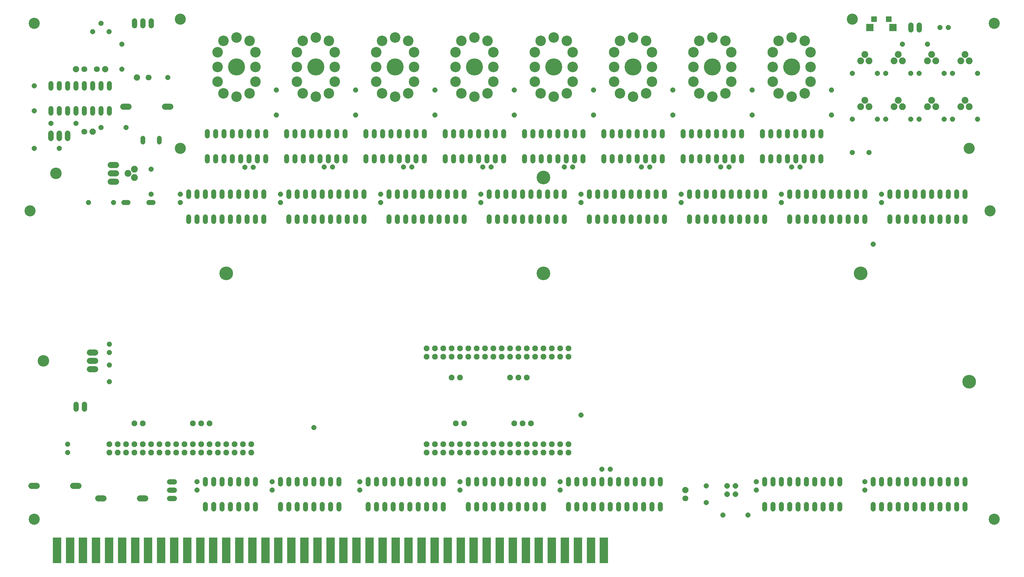
<source format=gts>
G04 EAGLE Gerber RS-274X export*
G75*
%MOMM*%
%FSLAX34Y34*%
%LPD*%
%INSoldermask Top*%
%IPPOS*%
%AMOC8*
5,1,8,0,0,1.08239X$1,22.5*%
G01*
%ADD10C,3.378200*%
%ADD11R,2.565400X7.823200*%
%ADD12C,1.524000*%
%ADD13P,1.649562X8X292.500000*%
%ADD14P,1.649562X8X22.500000*%
%ADD15R,1.727200X1.727200*%
%ADD16R,2.298700X2.298700*%
%ADD17C,1.625600*%
%ADD18P,1.649562X8X202.500000*%
%ADD19C,4.165600*%
%ADD20P,1.869504X8X202.500000*%
%ADD21P,1.869504X8X22.500000*%
%ADD22P,1.649562X8X112.500000*%
%ADD23P,1.951982X8X112.500000*%
%ADD24C,1.803400*%
%ADD25C,3.213100*%
%ADD26C,5.203200*%
%ADD27P,1.951982X8X22.500000*%
%ADD28C,2.082800*%
%ADD29C,1.879600*%
%ADD30C,3.505200*%
%ADD31C,1.411200*%
%ADD32P,1.951982X8X202.500000*%
%ADD33C,1.727200*%
%ADD34P,1.635708X8X22.500000*%
%ADD35P,1.759533X8X22.500000*%


D10*
X0Y0D03*
X2921000Y0D03*
X0Y1511300D03*
X2921000Y1511300D03*
X-12700Y939800D03*
X2908300Y939800D03*
X444500Y1524000D03*
X2489200Y1524000D03*
X444500Y1130300D03*
X2844800Y1130300D03*
D11*
X941324Y-95250D03*
X901700Y-95250D03*
X980948Y-95250D03*
X1020572Y-95250D03*
X1060196Y-95250D03*
X1099820Y-95250D03*
X1139444Y-95250D03*
X1179068Y-95250D03*
X1218692Y-95250D03*
X1258316Y-95250D03*
X1297940Y-95250D03*
X1337564Y-95250D03*
X1377188Y-95250D03*
X1416812Y-95250D03*
X1456436Y-95250D03*
X1496060Y-95250D03*
X1535684Y-95250D03*
X1575308Y-95250D03*
X1614932Y-95250D03*
X1654556Y-95250D03*
X1694180Y-95250D03*
X1733804Y-95250D03*
X69596Y-95250D03*
X109220Y-95250D03*
X148844Y-95250D03*
X188468Y-95250D03*
X228092Y-95250D03*
X267716Y-95250D03*
X307340Y-95250D03*
X346964Y-95250D03*
X386588Y-95250D03*
X426212Y-95250D03*
X465836Y-95250D03*
X505460Y-95250D03*
X545084Y-95250D03*
X584708Y-95250D03*
X624332Y-95250D03*
X663956Y-95250D03*
X703580Y-95250D03*
X743204Y-95250D03*
X782828Y-95250D03*
X822452Y-95250D03*
X862076Y-95250D03*
D12*
X1016000Y31496D02*
X1016000Y44704D01*
X1041400Y44704D02*
X1041400Y31496D01*
X1168400Y31496D02*
X1168400Y44704D01*
X1193800Y44704D02*
X1193800Y31496D01*
X1066800Y31496D02*
X1066800Y44704D01*
X1092200Y44704D02*
X1092200Y31496D01*
X1143000Y31496D02*
X1143000Y44704D01*
X1117600Y44704D02*
X1117600Y31496D01*
X1219200Y31496D02*
X1219200Y44704D01*
X1244600Y44704D02*
X1244600Y31496D01*
X1244600Y107696D02*
X1244600Y120904D01*
X1219200Y120904D02*
X1219200Y107696D01*
X1193800Y107696D02*
X1193800Y120904D01*
X1168400Y120904D02*
X1168400Y107696D01*
X1143000Y107696D02*
X1143000Y120904D01*
X1117600Y120904D02*
X1117600Y107696D01*
X1092200Y107696D02*
X1092200Y120904D01*
X1066800Y120904D02*
X1066800Y107696D01*
X1041400Y107696D02*
X1041400Y120904D01*
X1016000Y120904D02*
X1016000Y107696D01*
X1320800Y44704D02*
X1320800Y31496D01*
X1346200Y31496D02*
X1346200Y44704D01*
X1473200Y44704D02*
X1473200Y31496D01*
X1498600Y31496D02*
X1498600Y44704D01*
X1371600Y44704D02*
X1371600Y31496D01*
X1397000Y31496D02*
X1397000Y44704D01*
X1447800Y44704D02*
X1447800Y31496D01*
X1422400Y31496D02*
X1422400Y44704D01*
X1524000Y44704D02*
X1524000Y31496D01*
X1549400Y31496D02*
X1549400Y44704D01*
X1549400Y107696D02*
X1549400Y120904D01*
X1524000Y120904D02*
X1524000Y107696D01*
X1498600Y107696D02*
X1498600Y120904D01*
X1473200Y120904D02*
X1473200Y107696D01*
X1447800Y107696D02*
X1447800Y120904D01*
X1422400Y120904D02*
X1422400Y107696D01*
X1397000Y107696D02*
X1397000Y120904D01*
X1371600Y120904D02*
X1371600Y107696D01*
X1346200Y107696D02*
X1346200Y120904D01*
X1320800Y120904D02*
X1320800Y107696D01*
X1625600Y44704D02*
X1625600Y31496D01*
X1651000Y31496D02*
X1651000Y44704D01*
X1676400Y44704D02*
X1676400Y31496D01*
X1701800Y31496D02*
X1701800Y44704D01*
X1727200Y44704D02*
X1727200Y31496D01*
X1752600Y31496D02*
X1752600Y44704D01*
X1778000Y44704D02*
X1778000Y31496D01*
X1803400Y31496D02*
X1803400Y44704D01*
X1828800Y44704D02*
X1828800Y31496D01*
X1854200Y31496D02*
X1854200Y44704D01*
X1879600Y44704D02*
X1879600Y31496D01*
X1905000Y31496D02*
X1905000Y44704D01*
X1905000Y107696D02*
X1905000Y120904D01*
X1879600Y120904D02*
X1879600Y107696D01*
X1854200Y107696D02*
X1854200Y120904D01*
X1828800Y120904D02*
X1828800Y107696D01*
X1803400Y107696D02*
X1803400Y120904D01*
X1778000Y120904D02*
X1778000Y107696D01*
X1752600Y107696D02*
X1752600Y120904D01*
X1727200Y120904D02*
X1727200Y107696D01*
X1701800Y107696D02*
X1701800Y120904D01*
X1676400Y120904D02*
X1676400Y107696D01*
X1651000Y107696D02*
X1651000Y120904D01*
X1625600Y120904D02*
X1625600Y107696D01*
X749300Y44704D02*
X749300Y31496D01*
X774700Y31496D02*
X774700Y44704D01*
X901700Y44704D02*
X901700Y31496D01*
X927100Y31496D02*
X927100Y44704D01*
X800100Y44704D02*
X800100Y31496D01*
X825500Y31496D02*
X825500Y44704D01*
X876300Y44704D02*
X876300Y31496D01*
X850900Y31496D02*
X850900Y44704D01*
X927100Y107696D02*
X927100Y120904D01*
X901700Y120904D02*
X901700Y107696D01*
X876300Y107696D02*
X876300Y120904D01*
X850900Y120904D02*
X850900Y107696D01*
X825500Y107696D02*
X825500Y120904D01*
X800100Y120904D02*
X800100Y107696D01*
X774700Y107696D02*
X774700Y120904D01*
X749300Y120904D02*
X749300Y107696D01*
D13*
X749300Y990600D03*
X749300Y965200D03*
X495300Y114300D03*
X495300Y88900D03*
D14*
X1612900Y1073150D03*
X1638300Y1073150D03*
D13*
X1663700Y990600D03*
X1663700Y965200D03*
D14*
X1847850Y1073150D03*
X1873250Y1073150D03*
D13*
X1968500Y990600D03*
X1968500Y965200D03*
X2273300Y990600D03*
X2273300Y965200D03*
X723900Y114300D03*
X723900Y88900D03*
D14*
X1365250Y1073150D03*
X1390650Y1073150D03*
X882650Y1073150D03*
X908050Y1073150D03*
D13*
X990600Y114300D03*
X990600Y88900D03*
D14*
X641350Y1072515D03*
X666750Y1072515D03*
X1123950Y1073150D03*
X1149350Y1073150D03*
D13*
X1295400Y114300D03*
X1295400Y88900D03*
D14*
X2089150Y1073150D03*
X2114550Y1073150D03*
D13*
X1600200Y114300D03*
X1600200Y88900D03*
D15*
X2600579Y1523746D03*
X2555621Y1523746D03*
D16*
X2613152Y1498854D03*
X2543048Y1498854D03*
D17*
X2692400Y1505712D02*
X2692400Y1491488D01*
X2667000Y1491488D02*
X2667000Y1505712D01*
D14*
X2641600Y1447800D03*
X2717800Y1447800D03*
D18*
X2781300Y1498600D03*
X2755900Y1498600D03*
D17*
X304800Y1504188D02*
X304800Y1518412D01*
X330200Y1518412D02*
X330200Y1504188D01*
X355600Y1504188D02*
X355600Y1518412D01*
D19*
X2514600Y749300D03*
X1549400Y749300D03*
X2844800Y419100D03*
D20*
X1625600Y228600D03*
X1600200Y228600D03*
X1574800Y228600D03*
X1549400Y228600D03*
X1524000Y228600D03*
X1498600Y228600D03*
X1625600Y203200D03*
X1600200Y203200D03*
X1574800Y203200D03*
X1549400Y203200D03*
X1524000Y203200D03*
X1498600Y203200D03*
X1473200Y228600D03*
X1473200Y203200D03*
X1447800Y228600D03*
X1422400Y228600D03*
X1397000Y228600D03*
X1371600Y228600D03*
X1346200Y228600D03*
X1320800Y228600D03*
X1447800Y203200D03*
X1422400Y203200D03*
X1397000Y203200D03*
X1371600Y203200D03*
X1346200Y203200D03*
X1320800Y203200D03*
X1295400Y228600D03*
X1295400Y203200D03*
X1270000Y228600D03*
X1244600Y228600D03*
X1219200Y228600D03*
X1193800Y228600D03*
X1270000Y203200D03*
X1244600Y203200D03*
X1219200Y203200D03*
X1193800Y203200D03*
D19*
X584200Y749300D03*
D20*
X660400Y228600D03*
X635000Y228600D03*
X609600Y228600D03*
X584200Y228600D03*
X558800Y228600D03*
X533400Y228600D03*
X660400Y203200D03*
X635000Y203200D03*
X609600Y203200D03*
X584200Y203200D03*
X558800Y203200D03*
X533400Y203200D03*
X508000Y228600D03*
X508000Y203200D03*
X482600Y228600D03*
X457200Y228600D03*
X431800Y228600D03*
X406400Y228600D03*
X381000Y228600D03*
X355600Y228600D03*
X482600Y203200D03*
X457200Y203200D03*
X431800Y203200D03*
X406400Y203200D03*
X381000Y203200D03*
X355600Y203200D03*
X330200Y228600D03*
X330200Y203200D03*
X304800Y228600D03*
X279400Y228600D03*
X254000Y228600D03*
X228600Y228600D03*
X304800Y203200D03*
X279400Y203200D03*
X254000Y203200D03*
X228600Y203200D03*
D21*
X1485900Y292100D03*
X1511300Y292100D03*
X1282700Y292100D03*
X1308100Y292100D03*
X304800Y292100D03*
X330200Y292100D03*
X508000Y292100D03*
X533400Y292100D03*
D13*
X1054100Y990600D03*
X1054100Y965200D03*
X1358900Y990600D03*
X1358900Y965200D03*
D18*
X2330450Y1073150D03*
X2305050Y1073150D03*
D22*
X101600Y203200D03*
X101600Y228600D03*
D23*
X1981200Y88900D03*
D24*
X1981200Y63500D03*
D13*
X2578100Y990600D03*
X2578100Y965200D03*
D14*
X2489200Y1117600D03*
X2540000Y1117600D03*
D22*
X2044700Y50800D03*
X2044700Y101600D03*
D13*
X444500Y990600D03*
X444500Y965200D03*
D12*
X520700Y44704D02*
X520700Y31496D01*
X546100Y31496D02*
X546100Y44704D01*
X673100Y44704D02*
X673100Y31496D01*
X673100Y107696D02*
X673100Y120904D01*
X571500Y44704D02*
X571500Y31496D01*
X596900Y31496D02*
X596900Y44704D01*
X647700Y44704D02*
X647700Y31496D01*
X622300Y31496D02*
X622300Y44704D01*
X647700Y107696D02*
X647700Y120904D01*
X622300Y120904D02*
X622300Y107696D01*
X596900Y107696D02*
X596900Y120904D01*
X571500Y120904D02*
X571500Y107696D01*
X546100Y107696D02*
X546100Y120904D01*
X520700Y120904D02*
X520700Y107696D01*
D17*
X426212Y63500D02*
X411988Y63500D01*
X411988Y88900D02*
X426212Y88900D01*
X426212Y114300D02*
X411988Y114300D01*
D13*
X1219200Y1308100D03*
X1219200Y1231900D03*
D12*
X1009650Y1105154D02*
X1009650Y1091946D01*
X1035050Y1091946D02*
X1035050Y1105154D01*
X1162050Y1105154D02*
X1162050Y1091946D01*
X1187450Y1091946D02*
X1187450Y1105154D01*
X1060450Y1105154D02*
X1060450Y1091946D01*
X1085850Y1091946D02*
X1085850Y1105154D01*
X1136650Y1105154D02*
X1136650Y1091946D01*
X1111250Y1091946D02*
X1111250Y1105154D01*
X1187450Y1168146D02*
X1187450Y1181354D01*
X1162050Y1181354D02*
X1162050Y1168146D01*
X1136650Y1168146D02*
X1136650Y1181354D01*
X1111250Y1181354D02*
X1111250Y1168146D01*
X1085850Y1168146D02*
X1085850Y1181354D01*
X1060450Y1181354D02*
X1060450Y1168146D01*
X1035050Y1168146D02*
X1035050Y1181354D01*
X1009650Y1181354D02*
X1009650Y1168146D01*
D13*
X1460500Y1308100D03*
X1460500Y1231900D03*
X736600Y1308100D03*
X736600Y1231900D03*
X977900Y1308100D03*
X977900Y1231900D03*
D12*
X1250950Y1105154D02*
X1250950Y1091946D01*
X1276350Y1091946D02*
X1276350Y1105154D01*
X1403350Y1105154D02*
X1403350Y1091946D01*
X1428750Y1091946D02*
X1428750Y1105154D01*
X1301750Y1105154D02*
X1301750Y1091946D01*
X1327150Y1091946D02*
X1327150Y1105154D01*
X1377950Y1105154D02*
X1377950Y1091946D01*
X1352550Y1091946D02*
X1352550Y1105154D01*
X1428750Y1168146D02*
X1428750Y1181354D01*
X1403350Y1181354D02*
X1403350Y1168146D01*
X1377950Y1168146D02*
X1377950Y1181354D01*
X1352550Y1181354D02*
X1352550Y1168146D01*
X1327150Y1168146D02*
X1327150Y1181354D01*
X1301750Y1181354D02*
X1301750Y1168146D01*
X1276350Y1168146D02*
X1276350Y1181354D01*
X1250950Y1181354D02*
X1250950Y1168146D01*
X527050Y1105154D02*
X527050Y1091946D01*
X552450Y1091946D02*
X552450Y1105154D01*
X679450Y1105154D02*
X679450Y1091946D01*
X704850Y1091946D02*
X704850Y1105154D01*
X577850Y1105154D02*
X577850Y1091946D01*
X603250Y1091946D02*
X603250Y1105154D01*
X654050Y1105154D02*
X654050Y1091946D01*
X628650Y1091946D02*
X628650Y1105154D01*
X704850Y1168146D02*
X704850Y1181354D01*
X679450Y1181354D02*
X679450Y1168146D01*
X654050Y1168146D02*
X654050Y1181354D01*
X628650Y1181354D02*
X628650Y1168146D01*
X603250Y1168146D02*
X603250Y1181354D01*
X577850Y1181354D02*
X577850Y1168146D01*
X552450Y1168146D02*
X552450Y1181354D01*
X527050Y1181354D02*
X527050Y1168146D01*
X768350Y1105154D02*
X768350Y1091946D01*
X793750Y1091946D02*
X793750Y1105154D01*
X920750Y1105154D02*
X920750Y1091946D01*
X946150Y1091946D02*
X946150Y1105154D01*
X819150Y1105154D02*
X819150Y1091946D01*
X844550Y1091946D02*
X844550Y1105154D01*
X895350Y1105154D02*
X895350Y1091946D01*
X869950Y1091946D02*
X869950Y1105154D01*
X946150Y1168146D02*
X946150Y1181354D01*
X920750Y1181354D02*
X920750Y1168146D01*
X895350Y1168146D02*
X895350Y1181354D01*
X869950Y1181354D02*
X869950Y1168146D01*
X844550Y1168146D02*
X844550Y1181354D01*
X819150Y1181354D02*
X819150Y1168146D01*
X793750Y1168146D02*
X793750Y1181354D01*
X768350Y1181354D02*
X768350Y1168146D01*
D25*
X1098550Y1467950D03*
X1156050Y1377950D03*
X1156050Y1422950D03*
X1098550Y1287950D03*
X1156050Y1332950D03*
X1138550Y1297950D03*
X1138550Y1457950D03*
X1058550Y1457950D03*
X1041050Y1422950D03*
X1041050Y1377950D03*
X1041050Y1332950D03*
X1058550Y1297950D03*
D26*
X1098550Y1377950D03*
D25*
X1339850Y1467950D03*
X1397350Y1377950D03*
X1397350Y1422950D03*
X1339850Y1287950D03*
X1397350Y1332950D03*
X1379850Y1297950D03*
X1379850Y1457950D03*
X1299850Y1457950D03*
X1282350Y1422950D03*
X1282350Y1377950D03*
X1282350Y1332950D03*
X1299850Y1297950D03*
D26*
X1339850Y1377950D03*
D25*
X615950Y1467950D03*
X673450Y1377950D03*
X673450Y1422950D03*
X615950Y1287950D03*
X673450Y1332950D03*
X655950Y1297950D03*
X655950Y1457950D03*
X575950Y1457950D03*
X558450Y1422950D03*
X558450Y1377950D03*
X558450Y1332950D03*
X575950Y1297950D03*
D26*
X615950Y1377950D03*
D25*
X857250Y1467950D03*
X914750Y1377950D03*
X914750Y1422950D03*
X857250Y1287950D03*
X914750Y1332950D03*
X897250Y1297950D03*
X897250Y1457950D03*
X817250Y1457950D03*
X799750Y1422950D03*
X799750Y1377950D03*
X799750Y1332950D03*
X817250Y1297950D03*
D26*
X857250Y1377950D03*
D13*
X2184400Y1308100D03*
X2184400Y1231900D03*
D12*
X1974850Y1105154D02*
X1974850Y1091946D01*
X2000250Y1091946D02*
X2000250Y1105154D01*
X2127250Y1105154D02*
X2127250Y1091946D01*
X2152650Y1091946D02*
X2152650Y1105154D01*
X2025650Y1105154D02*
X2025650Y1091946D01*
X2051050Y1091946D02*
X2051050Y1105154D01*
X2101850Y1105154D02*
X2101850Y1091946D01*
X2076450Y1091946D02*
X2076450Y1105154D01*
X2152650Y1168146D02*
X2152650Y1181354D01*
X2127250Y1181354D02*
X2127250Y1168146D01*
X2101850Y1168146D02*
X2101850Y1181354D01*
X2076450Y1181354D02*
X2076450Y1168146D01*
X2051050Y1168146D02*
X2051050Y1181354D01*
X2025650Y1181354D02*
X2025650Y1168146D01*
X2000250Y1168146D02*
X2000250Y1181354D01*
X1974850Y1181354D02*
X1974850Y1168146D01*
D13*
X2425700Y1308100D03*
X2425700Y1231900D03*
X1701800Y1308100D03*
X1701800Y1231900D03*
X1943100Y1308100D03*
X1943100Y1231900D03*
D12*
X2216150Y1105154D02*
X2216150Y1091946D01*
X2241550Y1091946D02*
X2241550Y1105154D01*
X2368550Y1105154D02*
X2368550Y1091946D01*
X2393950Y1091946D02*
X2393950Y1105154D01*
X2266950Y1105154D02*
X2266950Y1091946D01*
X2292350Y1091946D02*
X2292350Y1105154D01*
X2343150Y1105154D02*
X2343150Y1091946D01*
X2317750Y1091946D02*
X2317750Y1105154D01*
X2393950Y1168146D02*
X2393950Y1181354D01*
X2368550Y1181354D02*
X2368550Y1168146D01*
X2343150Y1168146D02*
X2343150Y1181354D01*
X2317750Y1181354D02*
X2317750Y1168146D01*
X2292350Y1168146D02*
X2292350Y1181354D01*
X2266950Y1181354D02*
X2266950Y1168146D01*
X2241550Y1168146D02*
X2241550Y1181354D01*
X2216150Y1181354D02*
X2216150Y1168146D01*
X1492250Y1105154D02*
X1492250Y1091946D01*
X1517650Y1091946D02*
X1517650Y1105154D01*
X1644650Y1105154D02*
X1644650Y1091946D01*
X1670050Y1091946D02*
X1670050Y1105154D01*
X1543050Y1105154D02*
X1543050Y1091946D01*
X1568450Y1091946D02*
X1568450Y1105154D01*
X1619250Y1105154D02*
X1619250Y1091946D01*
X1593850Y1091946D02*
X1593850Y1105154D01*
X1670050Y1168146D02*
X1670050Y1181354D01*
X1644650Y1181354D02*
X1644650Y1168146D01*
X1619250Y1168146D02*
X1619250Y1181354D01*
X1593850Y1181354D02*
X1593850Y1168146D01*
X1568450Y1168146D02*
X1568450Y1181354D01*
X1543050Y1181354D02*
X1543050Y1168146D01*
X1517650Y1168146D02*
X1517650Y1181354D01*
X1492250Y1181354D02*
X1492250Y1168146D01*
X1733550Y1105154D02*
X1733550Y1091946D01*
X1758950Y1091946D02*
X1758950Y1105154D01*
X1885950Y1105154D02*
X1885950Y1091946D01*
X1911350Y1091946D02*
X1911350Y1105154D01*
X1784350Y1105154D02*
X1784350Y1091946D01*
X1809750Y1091946D02*
X1809750Y1105154D01*
X1860550Y1105154D02*
X1860550Y1091946D01*
X1835150Y1091946D02*
X1835150Y1105154D01*
X1911350Y1168146D02*
X1911350Y1181354D01*
X1885950Y1181354D02*
X1885950Y1168146D01*
X1860550Y1168146D02*
X1860550Y1181354D01*
X1835150Y1181354D02*
X1835150Y1168146D01*
X1809750Y1168146D02*
X1809750Y1181354D01*
X1784350Y1181354D02*
X1784350Y1168146D01*
X1758950Y1168146D02*
X1758950Y1181354D01*
X1733550Y1181354D02*
X1733550Y1168146D01*
D25*
X2063750Y1467950D03*
X2121250Y1377950D03*
X2121250Y1422950D03*
X2063750Y1287950D03*
X2121250Y1332950D03*
X2103750Y1297950D03*
X2103750Y1457950D03*
X2023750Y1457950D03*
X2006250Y1422950D03*
X2006250Y1377950D03*
X2006250Y1332950D03*
X2023750Y1297950D03*
D26*
X2063750Y1377950D03*
D25*
X2305050Y1467950D03*
X2362550Y1377950D03*
X2362550Y1422950D03*
X2305050Y1287950D03*
X2362550Y1332950D03*
X2345050Y1297950D03*
X2345050Y1457950D03*
X2265050Y1457950D03*
X2247550Y1422950D03*
X2247550Y1377950D03*
X2247550Y1332950D03*
X2265050Y1297950D03*
D26*
X2305050Y1377950D03*
D25*
X1581150Y1467950D03*
X1638650Y1377950D03*
X1638650Y1422950D03*
X1581150Y1287950D03*
X1638650Y1332950D03*
X1621150Y1297950D03*
X1621150Y1457950D03*
X1541150Y1457950D03*
X1523650Y1422950D03*
X1523650Y1377950D03*
X1523650Y1332950D03*
X1541150Y1297950D03*
D26*
X1581150Y1377950D03*
D25*
X1822450Y1467950D03*
X1879950Y1377950D03*
X1879950Y1422950D03*
X1822450Y1287950D03*
X1879950Y1332950D03*
X1862450Y1297950D03*
X1862450Y1457950D03*
X1782450Y1457950D03*
X1764950Y1422950D03*
X1764950Y1377950D03*
X1764950Y1332950D03*
X1782450Y1297950D03*
D26*
X1822450Y1377950D03*
D12*
X50800Y1251204D02*
X50800Y1237996D01*
X76200Y1237996D02*
X76200Y1251204D01*
X203200Y1251204D02*
X203200Y1237996D01*
X228600Y1237996D02*
X228600Y1251204D01*
X101600Y1251204D02*
X101600Y1237996D01*
X127000Y1237996D02*
X127000Y1251204D01*
X177800Y1251204D02*
X177800Y1237996D01*
X152400Y1237996D02*
X152400Y1251204D01*
X228600Y1314196D02*
X228600Y1327404D01*
X203200Y1327404D02*
X203200Y1314196D01*
X177800Y1314196D02*
X177800Y1327404D01*
X152400Y1327404D02*
X152400Y1314196D01*
X127000Y1314196D02*
X127000Y1327404D01*
X101600Y1327404D02*
X101600Y1314196D01*
X76200Y1314196D02*
X76200Y1327404D01*
X50800Y1327404D02*
X50800Y1314196D01*
D18*
X76200Y1130300D03*
X0Y1130300D03*
X178054Y1485900D03*
X228346Y1485900D03*
X203200Y1511300D03*
D27*
X177800Y1181100D03*
D24*
X152400Y1181100D03*
D13*
X0Y1320800D03*
X0Y1244600D03*
D14*
X50800Y1206500D03*
X127000Y1206500D03*
D18*
X279400Y1193800D03*
X203200Y1193800D03*
D14*
X165100Y965200D03*
X241300Y965200D03*
D12*
X348996Y965200D02*
X362204Y965200D01*
X286004Y965200D02*
X272796Y965200D01*
D28*
X304800Y1066800D03*
X285750Y1054100D03*
X304800Y1041400D03*
D13*
X355600Y1066800D03*
X355600Y990600D03*
D29*
X249682Y1028700D02*
X232918Y1028700D01*
X232918Y1054100D02*
X249682Y1054100D01*
X249682Y1079500D02*
X232918Y1079500D01*
D30*
X66040Y1054100D03*
D31*
X330600Y1149660D02*
X330600Y1161740D01*
X380600Y1161740D02*
X380600Y1149660D01*
D29*
X287782Y1257300D02*
X271018Y1257300D01*
X398018Y1257300D02*
X414782Y1257300D01*
D32*
X312420Y1346200D03*
D24*
X347980Y1346200D03*
D22*
X266700Y1371600D03*
X266700Y1447800D03*
D27*
X215900Y1371600D03*
D24*
X190500Y1371600D03*
D32*
X127000Y1371600D03*
D24*
X152400Y1371600D03*
D33*
X50800Y1176020D02*
X50800Y1160780D01*
X76200Y1160780D02*
X76200Y1176020D01*
X101600Y1176020D02*
X101600Y1160780D01*
D12*
X469900Y921004D02*
X469900Y907796D01*
X495300Y907796D02*
X495300Y921004D01*
X622300Y921004D02*
X622300Y907796D01*
X647700Y907796D02*
X647700Y921004D01*
X520700Y921004D02*
X520700Y907796D01*
X546100Y907796D02*
X546100Y921004D01*
X596900Y921004D02*
X596900Y907796D01*
X571500Y907796D02*
X571500Y921004D01*
X673100Y921004D02*
X673100Y907796D01*
X698500Y907796D02*
X698500Y921004D01*
X698500Y983996D02*
X698500Y997204D01*
X673100Y997204D02*
X673100Y983996D01*
X647700Y983996D02*
X647700Y997204D01*
X622300Y997204D02*
X622300Y983996D01*
X596900Y983996D02*
X596900Y997204D01*
X571500Y997204D02*
X571500Y983996D01*
X546100Y983996D02*
X546100Y997204D01*
X520700Y997204D02*
X520700Y983996D01*
X495300Y983996D02*
X495300Y997204D01*
X469900Y997204D02*
X469900Y983996D01*
X774700Y921004D02*
X774700Y907796D01*
X800100Y907796D02*
X800100Y921004D01*
X927100Y921004D02*
X927100Y907796D01*
X952500Y907796D02*
X952500Y921004D01*
X825500Y921004D02*
X825500Y907796D01*
X850900Y907796D02*
X850900Y921004D01*
X901700Y921004D02*
X901700Y907796D01*
X876300Y907796D02*
X876300Y921004D01*
X977900Y921004D02*
X977900Y907796D01*
X1003300Y907796D02*
X1003300Y921004D01*
X1003300Y983996D02*
X1003300Y997204D01*
X977900Y997204D02*
X977900Y983996D01*
X952500Y983996D02*
X952500Y997204D01*
X927100Y997204D02*
X927100Y983996D01*
X901700Y983996D02*
X901700Y997204D01*
X876300Y997204D02*
X876300Y983996D01*
X850900Y983996D02*
X850900Y997204D01*
X825500Y997204D02*
X825500Y983996D01*
X800100Y983996D02*
X800100Y997204D01*
X774700Y997204D02*
X774700Y983996D01*
X1079500Y921004D02*
X1079500Y907796D01*
X1104900Y907796D02*
X1104900Y921004D01*
X1231900Y921004D02*
X1231900Y907796D01*
X1257300Y907796D02*
X1257300Y921004D01*
X1130300Y921004D02*
X1130300Y907796D01*
X1155700Y907796D02*
X1155700Y921004D01*
X1206500Y921004D02*
X1206500Y907796D01*
X1181100Y907796D02*
X1181100Y921004D01*
X1282700Y921004D02*
X1282700Y907796D01*
X1308100Y907796D02*
X1308100Y921004D01*
X1308100Y983996D02*
X1308100Y997204D01*
X1282700Y997204D02*
X1282700Y983996D01*
X1257300Y983996D02*
X1257300Y997204D01*
X1231900Y997204D02*
X1231900Y983996D01*
X1206500Y983996D02*
X1206500Y997204D01*
X1181100Y997204D02*
X1181100Y983996D01*
X1155700Y983996D02*
X1155700Y997204D01*
X1130300Y997204D02*
X1130300Y983996D01*
X1104900Y983996D02*
X1104900Y997204D01*
X1079500Y997204D02*
X1079500Y983996D01*
X1384300Y921004D02*
X1384300Y907796D01*
X1409700Y907796D02*
X1409700Y921004D01*
X1536700Y921004D02*
X1536700Y907796D01*
X1562100Y907796D02*
X1562100Y921004D01*
X1435100Y921004D02*
X1435100Y907796D01*
X1460500Y907796D02*
X1460500Y921004D01*
X1511300Y921004D02*
X1511300Y907796D01*
X1485900Y907796D02*
X1485900Y921004D01*
X1587500Y921004D02*
X1587500Y907796D01*
X1612900Y907796D02*
X1612900Y921004D01*
X1612900Y983996D02*
X1612900Y997204D01*
X1587500Y997204D02*
X1587500Y983996D01*
X1562100Y983996D02*
X1562100Y997204D01*
X1536700Y997204D02*
X1536700Y983996D01*
X1511300Y983996D02*
X1511300Y997204D01*
X1485900Y997204D02*
X1485900Y983996D01*
X1460500Y983996D02*
X1460500Y997204D01*
X1435100Y997204D02*
X1435100Y983996D01*
X1409700Y983996D02*
X1409700Y997204D01*
X1384300Y997204D02*
X1384300Y983996D01*
X1689100Y921004D02*
X1689100Y907796D01*
X1714500Y907796D02*
X1714500Y921004D01*
X1841500Y921004D02*
X1841500Y907796D01*
X1866900Y907796D02*
X1866900Y921004D01*
X1739900Y921004D02*
X1739900Y907796D01*
X1765300Y907796D02*
X1765300Y921004D01*
X1816100Y921004D02*
X1816100Y907796D01*
X1790700Y907796D02*
X1790700Y921004D01*
X1892300Y921004D02*
X1892300Y907796D01*
X1917700Y907796D02*
X1917700Y921004D01*
X1917700Y983996D02*
X1917700Y997204D01*
X1892300Y997204D02*
X1892300Y983996D01*
X1866900Y983996D02*
X1866900Y997204D01*
X1841500Y997204D02*
X1841500Y983996D01*
X1816100Y983996D02*
X1816100Y997204D01*
X1790700Y997204D02*
X1790700Y983996D01*
X1765300Y983996D02*
X1765300Y997204D01*
X1739900Y997204D02*
X1739900Y983996D01*
X1714500Y983996D02*
X1714500Y997204D01*
X1689100Y997204D02*
X1689100Y983996D01*
X1993900Y921004D02*
X1993900Y907796D01*
X2019300Y907796D02*
X2019300Y921004D01*
X2146300Y921004D02*
X2146300Y907796D01*
X2171700Y907796D02*
X2171700Y921004D01*
X2044700Y921004D02*
X2044700Y907796D01*
X2070100Y907796D02*
X2070100Y921004D01*
X2120900Y921004D02*
X2120900Y907796D01*
X2095500Y907796D02*
X2095500Y921004D01*
X2197100Y921004D02*
X2197100Y907796D01*
X2222500Y907796D02*
X2222500Y921004D01*
X2222500Y983996D02*
X2222500Y997204D01*
X2197100Y997204D02*
X2197100Y983996D01*
X2171700Y983996D02*
X2171700Y997204D01*
X2146300Y997204D02*
X2146300Y983996D01*
X2120900Y983996D02*
X2120900Y997204D01*
X2095500Y997204D02*
X2095500Y983996D01*
X2070100Y983996D02*
X2070100Y997204D01*
X2044700Y997204D02*
X2044700Y983996D01*
X2019300Y983996D02*
X2019300Y997204D01*
X1993900Y997204D02*
X1993900Y983996D01*
X2298700Y921004D02*
X2298700Y907796D01*
X2324100Y907796D02*
X2324100Y921004D01*
X2451100Y921004D02*
X2451100Y907796D01*
X2476500Y907796D02*
X2476500Y921004D01*
X2349500Y921004D02*
X2349500Y907796D01*
X2374900Y907796D02*
X2374900Y921004D01*
X2425700Y921004D02*
X2425700Y907796D01*
X2400300Y907796D02*
X2400300Y921004D01*
X2501900Y921004D02*
X2501900Y907796D01*
X2527300Y907796D02*
X2527300Y921004D01*
X2527300Y983996D02*
X2527300Y997204D01*
X2501900Y997204D02*
X2501900Y983996D01*
X2476500Y983996D02*
X2476500Y997204D01*
X2451100Y997204D02*
X2451100Y983996D01*
X2425700Y983996D02*
X2425700Y997204D01*
X2400300Y997204D02*
X2400300Y983996D01*
X2374900Y983996D02*
X2374900Y997204D01*
X2349500Y997204D02*
X2349500Y983996D01*
X2324100Y983996D02*
X2324100Y997204D01*
X2298700Y997204D02*
X2298700Y983996D01*
X2603500Y921004D02*
X2603500Y907796D01*
X2628900Y907796D02*
X2628900Y921004D01*
X2755900Y921004D02*
X2755900Y907796D01*
X2781300Y907796D02*
X2781300Y921004D01*
X2654300Y921004D02*
X2654300Y907796D01*
X2679700Y907796D02*
X2679700Y921004D01*
X2730500Y921004D02*
X2730500Y907796D01*
X2705100Y907796D02*
X2705100Y921004D01*
X2806700Y921004D02*
X2806700Y907796D01*
X2832100Y907796D02*
X2832100Y921004D01*
X2832100Y983996D02*
X2832100Y997204D01*
X2806700Y997204D02*
X2806700Y983996D01*
X2781300Y983996D02*
X2781300Y997204D01*
X2755900Y997204D02*
X2755900Y983996D01*
X2730500Y983996D02*
X2730500Y997204D01*
X2705100Y997204D02*
X2705100Y983996D01*
X2679700Y983996D02*
X2679700Y997204D01*
X2654300Y997204D02*
X2654300Y983996D01*
X2628900Y983996D02*
X2628900Y997204D01*
X2603500Y997204D02*
X2603500Y983996D01*
D28*
X2514600Y1397000D03*
X2527300Y1416050D03*
X2540000Y1397000D03*
D14*
X2489200Y1358900D03*
X2565400Y1358900D03*
D28*
X2616200Y1397000D03*
X2628900Y1416050D03*
X2641600Y1397000D03*
D14*
X2590800Y1358900D03*
X2667000Y1358900D03*
D28*
X2717800Y1397000D03*
X2730500Y1416050D03*
X2743200Y1397000D03*
D14*
X2692400Y1358900D03*
X2768600Y1358900D03*
D28*
X2819400Y1397000D03*
X2832100Y1416050D03*
X2844800Y1397000D03*
D14*
X2794000Y1358900D03*
X2870200Y1358900D03*
D28*
X2514600Y1257300D03*
X2527300Y1276350D03*
X2540000Y1257300D03*
D14*
X2489200Y1219200D03*
X2565400Y1219200D03*
D28*
X2616200Y1257300D03*
X2628900Y1276350D03*
X2641600Y1257300D03*
D14*
X2590800Y1219200D03*
X2667000Y1219200D03*
D28*
X2717800Y1257300D03*
X2730500Y1276350D03*
X2743200Y1257300D03*
D14*
X2692400Y1219200D03*
X2768600Y1219200D03*
D28*
X2819400Y1257300D03*
X2832100Y1276350D03*
X2844800Y1257300D03*
D14*
X2794000Y1219200D03*
X2870200Y1219200D03*
D29*
X135382Y101600D02*
X118618Y101600D01*
X8382Y101600D02*
X-8382Y101600D01*
X194818Y63500D02*
X211582Y63500D01*
X321818Y63500D02*
X338582Y63500D01*
D34*
X2552700Y838200D03*
X1663700Y317500D03*
X850900Y279400D03*
D12*
X2222500Y44704D02*
X2222500Y31496D01*
X2247900Y31496D02*
X2247900Y44704D01*
X2374900Y44704D02*
X2374900Y31496D01*
X2400300Y31496D02*
X2400300Y44704D01*
X2273300Y44704D02*
X2273300Y31496D01*
X2298700Y31496D02*
X2298700Y44704D01*
X2349500Y44704D02*
X2349500Y31496D01*
X2324100Y31496D02*
X2324100Y44704D01*
X2425700Y44704D02*
X2425700Y31496D01*
X2451100Y31496D02*
X2451100Y44704D01*
X2451100Y107696D02*
X2451100Y120904D01*
X2425700Y120904D02*
X2425700Y107696D01*
X2400300Y107696D02*
X2400300Y120904D01*
X2374900Y120904D02*
X2374900Y107696D01*
X2349500Y107696D02*
X2349500Y120904D01*
X2324100Y120904D02*
X2324100Y107696D01*
X2298700Y107696D02*
X2298700Y120904D01*
X2273300Y120904D02*
X2273300Y107696D01*
X2247900Y107696D02*
X2247900Y120904D01*
X2222500Y120904D02*
X2222500Y107696D01*
X2552700Y44704D02*
X2552700Y31496D01*
X2578100Y31496D02*
X2578100Y44704D01*
X2603500Y44704D02*
X2603500Y31496D01*
X2628900Y31496D02*
X2628900Y44704D01*
X2654300Y44704D02*
X2654300Y31496D01*
X2679700Y31496D02*
X2679700Y44704D01*
X2705100Y44704D02*
X2705100Y31496D01*
X2730500Y31496D02*
X2730500Y44704D01*
X2755900Y44704D02*
X2755900Y31496D01*
X2781300Y31496D02*
X2781300Y44704D01*
X2806700Y44704D02*
X2806700Y31496D01*
X2832100Y31496D02*
X2832100Y44704D01*
X2832100Y107696D02*
X2832100Y120904D01*
X2806700Y120904D02*
X2806700Y107696D01*
X2781300Y107696D02*
X2781300Y120904D01*
X2755900Y120904D02*
X2755900Y107696D01*
X2730500Y107696D02*
X2730500Y120904D01*
X2705100Y120904D02*
X2705100Y107696D01*
X2679700Y107696D02*
X2679700Y120904D01*
X2654300Y120904D02*
X2654300Y107696D01*
X2628900Y107696D02*
X2628900Y120904D01*
X2603500Y120904D02*
X2603500Y107696D01*
X2578100Y107696D02*
X2578100Y120904D01*
X2552700Y120904D02*
X2552700Y107696D01*
D13*
X2197100Y114300D03*
X2197100Y88900D03*
X2527300Y114300D03*
X2527300Y88900D03*
D35*
X2108200Y76200D03*
X2108200Y101600D03*
X2133600Y76200D03*
X2133600Y101600D03*
D18*
X2171700Y12700D03*
X2095500Y12700D03*
D21*
X482600Y292100D03*
X1460500Y292100D03*
D29*
X186182Y457200D02*
X169418Y457200D01*
X169418Y482600D02*
X186182Y482600D01*
X186182Y508000D02*
X169418Y508000D01*
D30*
X27940Y482600D03*
D22*
X228600Y419100D03*
X228600Y469900D03*
D17*
X127000Y350012D02*
X127000Y335788D01*
X152400Y335788D02*
X152400Y350012D01*
D13*
X228600Y533400D03*
X228600Y508000D03*
D34*
X1752600Y152400D03*
X1727200Y152400D03*
D19*
X1549400Y1041400D03*
D20*
X1625600Y520700D03*
X1600200Y520700D03*
X1574800Y520700D03*
X1549400Y520700D03*
X1524000Y520700D03*
X1498600Y520700D03*
X1625600Y495300D03*
X1600200Y495300D03*
X1574800Y495300D03*
X1549400Y495300D03*
X1524000Y495300D03*
X1498600Y495300D03*
X1473200Y520700D03*
X1473200Y495300D03*
X1447800Y520700D03*
X1422400Y520700D03*
X1397000Y520700D03*
X1371600Y520700D03*
X1346200Y520700D03*
X1320800Y520700D03*
X1447800Y495300D03*
X1422400Y495300D03*
X1397000Y495300D03*
X1371600Y495300D03*
X1346200Y495300D03*
X1320800Y495300D03*
X1295400Y520700D03*
X1295400Y495300D03*
X1270000Y520700D03*
X1244600Y520700D03*
X1219200Y520700D03*
X1193800Y520700D03*
X1270000Y495300D03*
X1244600Y495300D03*
X1219200Y495300D03*
X1193800Y495300D03*
D21*
X1473200Y431800D03*
X1498600Y431800D03*
X1270000Y431800D03*
X1295400Y431800D03*
X1447800Y431800D03*
D34*
X406400Y1346200D03*
M02*

</source>
